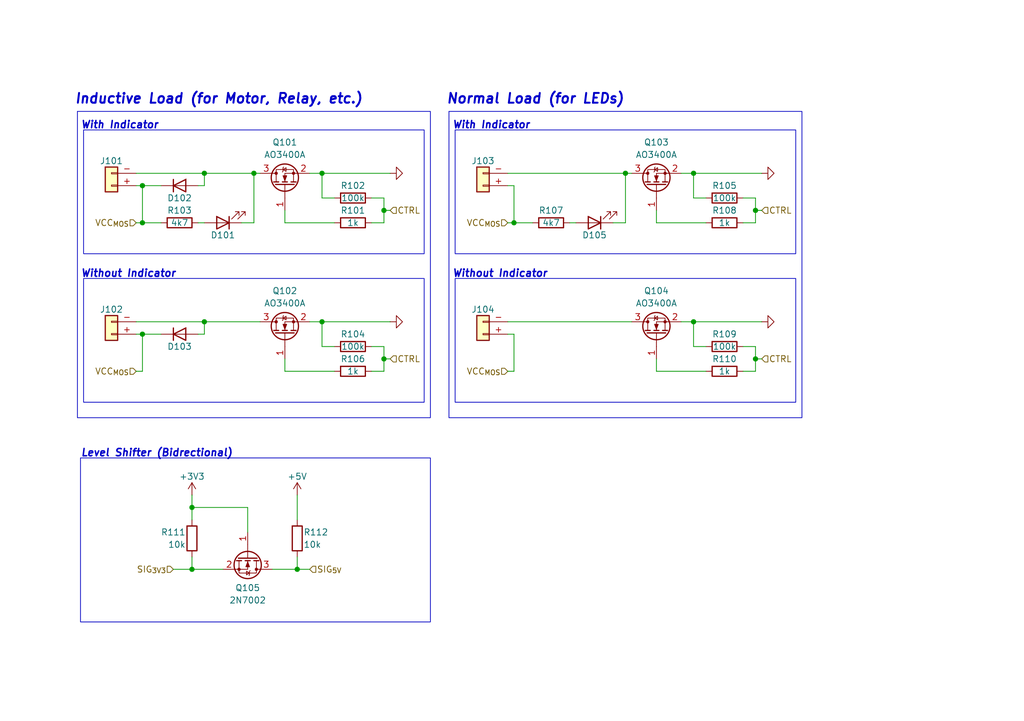
<source format=kicad_sch>
(kicad_sch (version 20231120) (generator "eeschema") (generator_version "8.0")
  (paper "A5")
  (lib_symbols
    (symbol "Device:D" (pin_numbers hide) (pin_names (offset 1.016) hide)
      (property "Reference" "D" (at 0 2.54 0))
      (property "Value" "D" (at 0 -2.54 0))
      (symbol "D_0_1"
        (polyline (pts (xy -1.27 1.27) (xy -1.27 -1.27)) (stroke (width 0.254)))
        (polyline (pts (xy 1.27 0) (xy -1.27 0)))
        (polyline (pts (xy 1.27 1.27) (xy 1.27 -1.27) (xy -1.27 0) (xy 1.27 1.27)) (stroke (width 0.254)))
      )
      (symbol "D_1_1"
        (pin passive line (at -3.81 0 0) (length 2.54) (name "K") (number "1"))
        (pin passive line (at 3.81 0 180) (length 2.54) (name "A") (number "2"))
      )
    )
    (symbol "Device:LED" (pin_numbers hide) (pin_names (offset 1.016) hide)
      (property "Reference" "D" (at 0 2.54 0))
      (property "Value" "LED" (at 0 -2.54 0))
      (symbol "LED_0_1"
        (polyline (pts (xy -1.27 -1.27) (xy -1.27 1.27)) (stroke (width 0.254)))
        (polyline (pts (xy -1.27 0) (xy 1.27 0)))
        (polyline (pts (xy 1.27 -1.27) (xy 1.27 1.27) (xy -1.27 0) (xy 1.27 -1.27)) (stroke (width 0.254)))
        (polyline (pts (xy -3.048 -0.762) (xy -4.572 -2.286) (xy -3.81 -2.286) (xy -4.572 -2.286) (xy -4.572 -1.524)))
        (polyline (pts (xy -1.778 -0.762) (xy -3.302 -2.286) (xy -2.54 -2.286) (xy -3.302 -2.286) (xy -3.302 -1.524)))
      )
      (symbol "LED_1_1"
        (pin passive line (at -3.81 0 0) (length 2.54) (name "K") (number "1"))
        (pin passive line (at 3.81 0 180) (length 2.54) (name "A") (number "2"))
      )
    )
    (symbol "Transistor_FET:2N7002" (pin_names hide)
      (property "Reference" "Q" (at 5.08 1.905 0))
      (property "Value" "2N7002" (at 5.08 0 0))
      (symbol "2N7002_0_1"
        (polyline (pts (xy 0.254 0) (xy -2.54 0)))
        (polyline (pts (xy 0.254 1.905) (xy 0.254 -1.905)) (stroke (width 0.254)))
        (polyline (pts (xy 0.762 -1.27) (xy 0.762 -2.286)) (stroke (width 0.254)))
        (polyline (pts (xy 0.762 0.508) (xy 0.762 -0.508)) (stroke (width 0.254)))
        (polyline (pts (xy 0.762 2.286) (xy 0.762 1.27)) (stroke (width 0.254)))
        (polyline (pts (xy 2.54 2.54) (xy 2.54 1.778)))
        (polyline (pts (xy 2.54 -2.54) (xy 2.54 0) (xy 0.762 0)))
        (polyline (pts (xy 0.762 -1.778) (xy 3.302 -1.778) (xy 3.302 1.778) (xy 0.762 1.778)))
        (polyline (pts (xy 1.016 0) (xy 2.032 0.381) (xy 2.032 -0.381) (xy 1.016 0)) (fill (type outline)))
        (polyline (pts (xy 2.794 0.508) (xy 2.921 0.381) (xy 3.683 0.381) (xy 3.81 0.254)))
        (polyline (pts (xy 3.302 0.381) (xy 2.921 -0.254) (xy 3.683 -0.254) (xy 3.302 0.381)))
        (circle (center 1.651 0) (radius 2.794) (stroke (width 0.254)))
        (circle (center 2.54 -1.778) (radius 0.254) (fill (type outline)))
        (circle (center 2.54 1.778) (radius 0.254) (fill (type outline)))
      )
      (symbol "2N7002_1_1"
        (pin input line (at -5.08 0 0) (length 2.54) (name "G") (number "1"))
        (pin passive line (at 2.54 -5.08 90) (length 2.54) (name "S") (number "2"))
        (pin passive line (at 2.54 5.08 270) (length 2.54) (name "D") (number "3"))
      )
    )
    (symbol "Transistor_FET:AO3400A" (pin_names hide)
      (property "Reference" "Q" (at 5.08 1.905 0))
      (property "Value" "AO3400A" (at 5.08 0 0))
      (symbol "AO3400A_0_1"
        (polyline (pts (xy 0.254 0) (xy -2.54 0)))
        (polyline (pts (xy 0.254 1.905) (xy 0.254 -1.905)) (stroke (width 0.254)))
        (polyline (pts (xy 0.762 -1.27) (xy 0.762 -2.286)) (stroke (width 0.254)))
        (polyline (pts (xy 0.762 0.508) (xy 0.762 -0.508)) (stroke (width 0.254)))
        (polyline (pts (xy 0.762 2.286) (xy 0.762 1.27)) (stroke (width 0.254)))
        (polyline (pts (xy 2.54 2.54) (xy 2.54 1.778)))
        (polyline (pts (xy 2.54 -2.54) (xy 2.54 0) (xy 0.762 0)))
        (polyline (pts (xy 0.762 -1.778) (xy 3.302 -1.778) (xy 3.302 1.778) (xy 0.762 1.778)))
        (polyline (pts (xy 1.016 0) (xy 2.032 0.381) (xy 2.032 -0.381) (xy 1.016 0)) (fill (type outline)))
        (polyline (pts (xy 2.794 0.508) (xy 2.921 0.381) (xy 3.683 0.381) (xy 3.81 0.254)))
        (polyline (pts (xy 3.302 0.381) (xy 2.921 -0.254) (xy 3.683 -0.254) (xy 3.302 0.381)))
        (circle (center 1.651 0) (radius 2.794) (stroke (width 0.254)))
        (circle (center 2.54 -1.778) (radius 0.254) (fill (type outline)))
        (circle (center 2.54 1.778) (radius 0.254) (fill (type outline)))
      )
      (symbol "AO3400A_1_1"
        (pin input line (at -5.08 0 0) (length 2.54) (name "G") (number "1"))
        (pin passive line (at 2.54 -5.08 90) (length 2.54) (name "S") (number "2"))
        (pin passive line (at 2.54 5.08 270) (length 2.54) (name "D") (number "3"))
      )
    )
    (symbol "power:+3V3" (power) (pin_numbers hide) (pin_names (offset 0) hide)
      (property "Value" "+3V3" (at 0 3.556 0))
      (symbol "+3V3_0_1"
        (polyline (pts (xy -0.762 1.27) (xy 0 2.54)))
        (polyline (pts (xy 0 0) (xy 0 2.54)))
        (polyline (pts (xy 0 2.54) (xy 0.762 1.27)))
      )
      (symbol "+3V3_1_1"
        (pin power_in line (at 0 0 90) (length 0) (name "~") (number "1"))
      )
    )
    (symbol "power:+5V" (power) (pin_numbers hide) (pin_names (offset 0) hide)
      (property "Value" "+5V" (at 0 3.556 0))
      (symbol "+5V_0_1"
        (polyline (pts (xy -0.762 1.27) (xy 0 2.54)))
        (polyline (pts (xy 0 0) (xy 0 2.54)))
        (polyline (pts (xy 0 2.54) (xy 0.762 1.27)))
      )
      (symbol "+5V_1_1"
        (pin power_in line (at 0 0 90) (length 0) (name "~") (number "1"))
      )
    )
    (symbol "power:GND" (power) (pin_numbers hide) (pin_names (offset 0) hide)
      (property "Value" "GND" (at 0 -3.81 0))
      (symbol "GND_0_1"
        (polyline (pts (xy 0 0) (xy 0 -1.27) (xy 1.27 -1.27) (xy 0 -2.54) (xy -1.27 -1.27) (xy 0 -1.27)))
      )
      (symbol "GND_1_1"
        (pin power_in line (at 0 0 270) (length 0) (name "~") (number "1"))
      )
    )
    (symbol "scottcjx-common-parts:100kΩ" (pin_numbers hide) (pin_names (offset 0))
      (property "Reference" "R" (at 2.032 0 90))
      (property "Value" "100k" (at 0 0 90))
      (symbol "100kΩ_0_1"
        (rectangle (start -1.016 -2.54) (end 1.016 2.54) (stroke (width 0.254)))
      )
      (symbol "100kΩ_1_1"
        (pin passive line (at 0 3.81 270) (length 1.27) (name "~") (number "1"))
        (pin passive line (at 0 -3.81 90) (length 1.27) (name "~") (number "2"))
      )
    )
    (symbol "scottcjx-common-parts:10kΩ" (pin_numbers hide) (pin_names (offset 0))
      (property "Reference" "R" (at 2.032 0 90))
      (property "Value" "10k" (at 0 0 90))
      (symbol "10kΩ_0_1"
        (rectangle (start -1.016 -2.54) (end 1.016 2.54) (stroke (width 0.254)))
      )
      (symbol "10kΩ_1_1"
        (pin passive line (at 0 3.81 270) (length 1.27) (name "~") (number "1"))
        (pin passive line (at 0 -3.81 90) (length 1.27) (name "~") (number "2"))
      )
    )
    (symbol "scottcjx-common-parts:1kΩ" (pin_numbers hide) (pin_names (offset 0))
      (property "Reference" "R" (at 2.032 0 90))
      (property "Value" "1k" (at 0 0 90))
      (symbol "1kΩ_0_1"
        (rectangle (start -1.016 -2.54) (end 1.016 2.54) (stroke (width 0.254)))
      )
      (symbol "1kΩ_1_1"
        (pin passive line (at 0 3.81 270) (length 1.27) (name "~") (number "1"))
        (pin passive line (at 0 -3.81 90) (length 1.27) (name "~") (number "2"))
      )
    )
    (symbol "scottcjx-common-parts:4k7Ω" (pin_numbers hide) (pin_names (offset 0))
      (property "Reference" "R" (at 2.032 0 90))
      (property "Value" "4k7" (at 0 0 90))
      (symbol "4k7Ω_0_1"
        (rectangle (start -1.016 -2.54) (end 1.016 2.54) (stroke (width 0.254)))
      )
      (symbol "4k7Ω_1_1"
        (pin passive line (at 0 3.81 270) (length 1.27) (name "~") (number "1"))
        (pin passive line (at 0 -3.81 90) (length 1.27) (name "~") (number "2"))
      )
    )
    (symbol "scottcjx-common-parts:Conn_+/-" (pin_names (offset 1.016) hide)
      (property "Reference" "J" (at 0 2.54 0))
      (property "Value" "Conn_PWR" (at 0 -5.08 0))
      (symbol "Conn_+/-_1_1"
        (rectangle (start -1.27 -2.413) (end 0 -2.667) (stroke (width 0.1524)))
        (rectangle (start -1.27 0.127) (end 0 -0.127) (stroke (width 0.1524)))
        (rectangle (start -1.27 1.27) (end 1.27 -3.81) (stroke (width 0.254)) (fill (type background)))
        (pin passive line (at -5.08 0 0) (length 3.81) (name "Pin_1") (number "+"))
        (pin passive line (at -5.08 -2.54 0) (length 3.81) (name "Pin_2") (number "-"))
      )
    )
  )
  (junction (at 142.24 66.04))
  (junction (at 29.21 38.1))
  (junction (at 142.24 35.56))
  (junction (at 66.04 66.04))
  (junction (at 154.94 43.18))
  (junction (at 41.91 66.04))
  (junction (at 29.21 68.58))
  (junction (at 39.37 116.84))
  (junction (at 66.04 35.56))
  (junction (at 29.21 45.72))
  (junction (at 52.07 35.56))
  (junction (at 78.74 43.18))
  (junction (at 105.41 45.72))
  (junction (at 154.94 73.66))
  (junction (at 39.37 104.14))
  (junction (at 78.74 73.66))
  (junction (at 60.96 116.84))
  (junction (at 128.27 35.56))
  (junction (at 41.91 35.56))
  (wire (pts (xy 152.4 40.64) (xy 154.94 40.64)))
  (wire (pts (xy 134.62 43.18) (xy 134.62 45.72)))
  (wire (pts (xy 154.94 71.12) (xy 154.94 73.66)))
  (wire (pts (xy 142.24 35.56) (xy 142.24 40.64)))
  (wire (pts (xy 78.74 45.72) (xy 76.2 45.72)))
  (wire (pts (xy 76.2 40.64) (xy 78.74 40.64)))
  (wire (pts (xy 29.21 68.58) (xy 29.21 76.2)))
  (wire (pts (xy 105.41 38.1) (xy 105.41 45.72)))
  (wire (pts (xy 154.94 43.18) (xy 156.21 43.18)))
  (wire (pts (xy 66.04 66.04) (xy 80.01 66.04)))
  (wire (pts (xy 33.02 45.72) (xy 29.21 45.72)))
  (wire (pts (xy 142.24 35.56) (xy 156.21 35.56)))
  (wire (pts (xy 39.37 104.14) (xy 39.37 106.68)))
  (wire (pts (xy 142.24 66.04) (xy 142.24 71.12)))
  (wire (pts (xy 29.21 38.1) (xy 33.02 38.1)))
  (wire (pts (xy 39.37 104.14) (xy 50.8 104.14)))
  (wire (pts (xy 27.94 35.56) (xy 41.91 35.56)))
  (wire (pts (xy 134.62 73.66) (xy 134.62 76.2)))
  (wire (pts (xy 41.91 35.56) (xy 52.07 35.56)))
  (wire (pts (xy 154.94 73.66) (xy 154.94 76.2)))
  (wire (pts (xy 41.91 35.56) (xy 41.91 38.1)))
  (wire (pts (xy 39.37 116.84) (xy 39.37 114.3)))
  (wire (pts (xy 78.74 43.18) (xy 80.01 43.18)))
  (wire (pts (xy 60.96 116.84) (xy 63.5 116.84)))
  (wire (pts (xy 52.07 35.56) (xy 53.34 35.56)))
  (wire (pts (xy 27.94 45.72) (xy 29.21 45.72)))
  (wire (pts (xy 29.21 68.58) (xy 33.02 68.58)))
  (wire (pts (xy 104.14 76.2) (xy 105.41 76.2)))
  (wire (pts (xy 39.37 101.6) (xy 39.37 104.14)))
  (wire (pts (xy 40.64 38.1) (xy 41.91 38.1)))
  (wire (pts (xy 78.74 73.66) (xy 78.74 76.2)))
  (wire (pts (xy 104.14 35.56) (xy 128.27 35.56)))
  (wire (pts (xy 128.27 35.56) (xy 128.27 45.72)))
  (wire (pts (xy 27.94 76.2) (xy 29.21 76.2)))
  (wire (pts (xy 41.91 66.04) (xy 53.34 66.04)))
  (wire (pts (xy 63.5 35.56) (xy 66.04 35.56)))
  (wire (pts (xy 78.74 43.18) (xy 78.74 45.72)))
  (wire (pts (xy 154.94 76.2) (xy 152.4 76.2)))
  (wire (pts (xy 60.96 114.3) (xy 60.96 116.84)))
  (wire (pts (xy 63.5 66.04) (xy 66.04 66.04)))
  (wire (pts (xy 78.74 71.12) (xy 78.74 73.66)))
  (wire (pts (xy 154.94 45.72) (xy 152.4 45.72)))
  (wire (pts (xy 45.72 116.84) (xy 39.37 116.84)))
  (wire (pts (xy 40.64 45.72) (xy 41.91 45.72)))
  (wire (pts (xy 50.8 109.22) (xy 50.8 104.14)))
  (wire (pts (xy 152.4 71.12) (xy 154.94 71.12)))
  (wire (pts (xy 128.27 35.56) (xy 129.54 35.56)))
  (wire (pts (xy 29.21 38.1) (xy 29.21 45.72)))
  (wire (pts (xy 104.14 68.58) (xy 105.41 68.58)))
  (wire (pts (xy 52.07 35.56) (xy 52.07 45.72)))
  (wire (pts (xy 55.88 116.84) (xy 60.96 116.84)))
  (wire (pts (xy 116.84 45.72) (xy 118.11 45.72)))
  (wire (pts (xy 78.74 76.2) (xy 76.2 76.2)))
  (wire (pts (xy 134.62 76.2) (xy 144.78 76.2)))
  (wire (pts (xy 154.94 40.64) (xy 154.94 43.18)))
  (wire (pts (xy 68.58 40.64) (xy 66.04 40.64)))
  (wire (pts (xy 144.78 71.12) (xy 142.24 71.12)))
  (wire (pts (xy 58.42 76.2) (xy 68.58 76.2)))
  (wire (pts (xy 104.14 45.72) (xy 105.41 45.72)))
  (wire (pts (xy 154.94 73.66) (xy 156.21 73.66)))
  (wire (pts (xy 104.14 38.1) (xy 105.41 38.1)))
  (wire (pts (xy 139.7 35.56) (xy 142.24 35.56)))
  (wire (pts (xy 27.94 38.1) (xy 29.21 38.1)))
  (wire (pts (xy 58.42 45.72) (xy 68.58 45.72)))
  (wire (pts (xy 58.42 73.66) (xy 58.42 76.2)))
  (wire (pts (xy 66.04 35.56) (xy 80.01 35.56)))
  (wire (pts (xy 134.62 45.72) (xy 144.78 45.72)))
  (wire (pts (xy 35.56 116.84) (xy 39.37 116.84)))
  (wire (pts (xy 105.41 68.58) (xy 105.41 76.2)))
  (wire (pts (xy 104.14 66.04) (xy 129.54 66.04)))
  (wire (pts (xy 154.94 43.18) (xy 154.94 45.72)))
  (wire (pts (xy 139.7 66.04) (xy 142.24 66.04)))
  (wire (pts (xy 78.74 40.64) (xy 78.74 43.18)))
  (wire (pts (xy 66.04 35.56) (xy 66.04 40.64)))
  (wire (pts (xy 76.2 71.12) (xy 78.74 71.12)))
  (wire (pts (xy 125.73 45.72) (xy 128.27 45.72)))
  (wire (pts (xy 109.22 45.72) (xy 105.41 45.72)))
  (wire (pts (xy 144.78 40.64) (xy 142.24 40.64)))
  (wire (pts (xy 66.04 66.04) (xy 66.04 71.12)))
  (wire (pts (xy 60.96 101.6) (xy 60.96 106.68)))
  (wire (pts (xy 41.91 66.04) (xy 41.91 68.58)))
  (wire (pts (xy 27.94 66.04) (xy 41.91 66.04)))
  (wire (pts (xy 142.24 66.04) (xy 156.21 66.04)))
  (wire (pts (xy 58.42 43.18) (xy 58.42 45.72)))
  (wire (pts (xy 49.53 45.72) (xy 52.07 45.72)))
  (wire (pts (xy 78.74 73.66) (xy 80.01 73.66)))
  (wire (pts (xy 40.64 68.58) (xy 41.91 68.58)))
  (wire (pts (xy 68.58 71.12) (xy 66.04 71.12)))
  (wire (pts (xy 27.94 68.58) (xy 29.21 68.58)))
  (rectangle (start 15.875 22.86) (end 88.265 85.725))
  (rectangle (start 92.075 22.86) (end 164.465 85.725))
  (rectangle (start 93.345 26.67) (end 163.195 52.07))
  (rectangle (start 93.345 57.15) (end 163.195 82.55))
  (rectangle (start 16.51 93.98) (end 88.265 127.635))
  (rectangle (start 17.145 57.15) (end 86.995 82.55))
  (rectangle (start 17.145 26.67) (end 86.995 52.07))
  (text "Without Indicator" (at 16.51 57.15 0) (effects (font (size 1.5 1.5) (thickness 0.3) (bold yes) (italic yes)) (justify left bottom)))
  (text "With Indicator" (at 92.71 26.67 0) (effects (font (size 1.5 1.5) (thickness 0.3) (bold yes) (italic yes)) (justify left bottom)))
  (text "With Indicator" (at 16.51 26.67 0) (effects (font (size 1.5 1.5) (thickness 0.3) (bold yes) (italic yes)) (justify left bottom)))
  (text "Normal Load (for LEDs)" (at 91.44 21.59 0) (effects (font (size 2 2) (thickness 0.4) (bold yes) (italic yes)) (justify left bottom)))
  (text "Level Shifter (Bidrectional)" (at 16.51 93.98 0) (effects (font (size 1.5 1.5) (thickness 0.3) (bold yes) (italic yes)) (justify left bottom)))
  (text "Without Indicator" (at 92.71 57.15 0) (effects (font (size 1.5 1.5) (thickness 0.3) (bold yes) (italic yes)) (justify left bottom)))
  (text "Inductive Load (for Motor, Relay, etc.)" (at 15.24 21.59 0) (effects (font (size 2 2) (thickness 0.4) (bold yes) (italic yes)) (justify left bottom)))
  (hierarchical_label "SIG_{5V}" (shape input) (at 63.5 116.84 0))
  (hierarchical_label "SIG_{3V3}" (shape input) (at 35.56 116.84 180))
  (hierarchical_label "VCC_{MOS}" (shape input) (at 104.14 76.2 180))
  (hierarchical_label "CTRL" (shape input) (at 156.21 43.18 0))
  (hierarchical_label "CTRL" (shape input) (at 80.01 73.66 0))
  (hierarchical_label "CTRL" (shape input) (at 156.21 73.66 0))
  (hierarchical_label "VCC_{MOS}" (shape input) (at 27.94 45.72 180))
  (hierarchical_label "VCC_{MOS}" (shape input) (at 27.94 76.2 180))
  (hierarchical_label "VCC_{MOS}" (shape input) (at 104.14 45.72 180))
  (hierarchical_label "CTRL" (shape input) (at 80.01 43.18 0))
  (symbol (lib_id "scottcjx-common-parts:1kΩ") (at 148.59 45.72 90) (unit 1)
    (property "Reference" "R108" (at 148.59 43.18 90))
    (property "Value" "1k" (at 148.59 45.72 90))
    (property "Description" "Resistor" (effects (hide yes)))
  )
  (symbol (lib_id "scottcjx-common-parts:100kΩ") (at 148.59 40.64 90) (unit 1)
    (property "Reference" "R105" (at 148.59 38.1 90))
    (property "Value" "100k" (at 148.59 40.64 90))
    (property "Description" "Resistor" (effects (hide yes)))
  )
  (symbol (lib_id "scottcjx-common-parts:10kΩ") (at 60.96 110.49 0) (unit 1)
    (property "Reference" "R112" (at 62.23 109.22 0) (effects (justify left)))
    (property "Value" "10k" (at 62.23 111.76 0) (effects (justify left)))
    (property "Description" "Resistor" (effects (hide yes)))
  )
  (symbol (lib_id "Device:D") (at 36.83 38.1 0) (unit 1)
    (property "Reference" "D102" (at 36.83 40.64 0))
    (property "Value" "D" (effects (hide yes)))
    (property "Description" "Diode" (effects (hide yes)))
    (property "Sim.Device" "D" (effects (hide yes)))
    (property "Sim.Pins" "1=K 2=A" (effects (hide yes)))
  )
  (symbol (lib_id "Transistor_FET:2N7002") (at 50.8 114.3 270) (unit 1)
    (property "Reference" "Q105" (at 50.8 120.65 90))
    (property "Value" "2N7002" (at 50.8 123.19 90))
    (property "Footprint" "Package_TO_SOT_SMD:SOT-23" (effects (hide yes)))
    (property "Datasheet" "https://www.onsemi.com/pub/Collateral/NDS7002A-D.PDF" (effects (hide yes)))
    (property "Description" "0.115A Id, 60V Vds, N-Channel MOSFET, SOT-23" (effects (hide yes)))
  )
  (symbol (lib_id "Transistor_FET:AO3400A") (at 134.62 68.58 90) (unit 1)
    (property "Reference" "Q104" (at 134.62 59.69 90))
    (property "Value" "AO3400A" (at 134.62 62.23 90))
    (property "Footprint" "Package_TO_SOT_SMD:SOT-23" (effects (hide yes)))
    (property "Datasheet" "http://www.aosmd.com/pdfs/datasheet/AO3400A.pdf" (effects (hide yes)))
    (property "Description" "30V Vds, 5.7A Id, N-Channel MOSFET, SOT-23" (effects (hide yes)))
  )
  (symbol (lib_id "scottcjx-common-parts:Conn_+/-") (at 22.86 38.1 180) (unit 1)
    (property "Reference" "J101" (at 22.86 33.02 0))
    (property "Value" "Conn_PWR" (effects (hide yes)))
  )
  (symbol (lib_id "Transistor_FET:AO3400A") (at 58.42 38.1 90) (unit 1)
    (property "Reference" "Q101" (at 58.42 29.21 90))
    (property "Value" "AO3400A" (at 58.42 31.75 90))
    (property "Footprint" "Package_TO_SOT_SMD:SOT-23" (effects (hide yes)))
    (property "Datasheet" "http://www.aosmd.com/pdfs/datasheet/AO3400A.pdf" (effects (hide yes)))
    (property "Description" "30V Vds, 5.7A Id, N-Channel MOSFET, SOT-23" (effects (hide yes)))
  )
  (symbol (lib_id "scottcjx-common-parts:100kΩ") (at 72.39 71.12 90) (unit 1)
    (property "Reference" "R104" (at 72.39 68.58 90))
    (property "Value" "100k" (at 72.39 71.12 90))
    (property "Description" "Resistor" (effects (hide yes)))
  )
  (symbol (lib_id "scottcjx-common-parts:4k7Ω") (at 113.03 45.72 90) (unit 1)
    (property "Reference" "R107" (at 113.03 43.18 90))
    (property "Value" "4k7" (at 113.03 45.72 90))
    (property "Description" "Resistor" (effects (hide yes)))
  )
  (symbol (lib_id "scottcjx-common-parts:Conn_+/-") (at 99.06 38.1 180) (unit 1)
    (property "Reference" "J103" (at 99.06 33.02 0))
    (property "Value" "Conn_PWR" (effects (hide yes)))
  )
  (symbol (lib_id "scottcjx-common-parts:100kΩ") (at 72.39 40.64 90) (unit 1)
    (property "Reference" "R102" (at 72.39 38.1 90))
    (property "Value" "100k" (at 72.39 40.64 90))
    (property "Description" "Resistor" (effects (hide yes)))
  )
  (symbol (lib_id "power:GND") (at 80.01 66.04 90) (unit 1)
    (property "Reference" "#PWR0102" (effects (hide yes)))
    (property "Value" "GND" (effects (hide yes)))
    (property "Description" "Power symbol creates a global label with name \"GND\" , ground" (effects (hide yes)))
  )
  (symbol (lib_id "scottcjx-common-parts:1kΩ") (at 72.39 76.2 90) (unit 1)
    (property "Reference" "R106" (at 72.39 73.66 90))
    (property "Value" "1k" (at 72.39 76.2 90))
    (property "Description" "Resistor" (effects (hide yes)))
  )
  (symbol (lib_id "Transistor_FET:AO3400A") (at 58.42 68.58 90) (unit 1)
    (property "Reference" "Q102" (at 58.42 59.69 90))
    (property "Value" "AO3400A" (at 58.42 62.23 90))
    (property "Footprint" "Package_TO_SOT_SMD:SOT-23" (effects (hide yes)))
    (property "Datasheet" "http://www.aosmd.com/pdfs/datasheet/AO3400A.pdf" (effects (hide yes)))
    (property "Description" "30V Vds, 5.7A Id, N-Channel MOSFET, SOT-23" (effects (hide yes)))
  )
  (symbol (lib_id "scottcjx-common-parts:Conn_+/-") (at 99.06 68.58 180) (unit 1)
    (property "Reference" "J104" (at 99.06 63.5 0))
    (property "Value" "Conn_PWR" (effects (hide yes)))
  )
  (symbol (lib_id "Transistor_FET:AO3400A") (at 134.62 38.1 90) (unit 1)
    (property "Reference" "Q103" (at 134.62 29.21 90))
    (property "Value" "AO3400A" (at 134.62 31.75 90))
    (property "Footprint" "Package_TO_SOT_SMD:SOT-23" (effects (hide yes)))
    (property "Datasheet" "http://www.aosmd.com/pdfs/datasheet/AO3400A.pdf" (effects (hide yes)))
    (property "Description" "30V Vds, 5.7A Id, N-Channel MOSFET, SOT-23" (effects (hide yes)))
  )
  (symbol (lib_id "scottcjx-common-parts:100kΩ") (at 148.59 71.12 90) (unit 1)
    (property "Reference" "R109" (at 148.59 68.58 90))
    (property "Value" "100k" (at 148.59 71.12 90))
    (property "Description" "Resistor" (effects (hide yes)))
  )
  (symbol (lib_id "power:GND") (at 156.21 35.56 90) (unit 1)
    (property "Reference" "#PWR0103" (effects (hide yes)))
    (property "Value" "GND" (effects (hide yes)))
    (property "Description" "Power symbol creates a global label with name \"GND\" , ground" (effects (hide yes)))
  )
  (symbol (lib_id "power:GND") (at 156.21 66.04 90) (unit 1)
    (property "Reference" "#PWR0104" (effects (hide yes)))
    (property "Value" "GND" (effects (hide yes)))
    (property "Description" "Power symbol creates a global label with name \"GND\" , ground" (effects (hide yes)))
  )
  (symbol (lib_id "scottcjx-common-parts:Conn_+/-") (at 22.86 68.58 180) (unit 1)
    (property "Reference" "J102" (at 22.86 63.5 0))
    (property "Value" "Conn_PWR" (effects (hide yes)))
  )
  (symbol (lib_id "power:+5V") (at 60.96 101.6 0) (unit 1)
    (property "Reference" "#PWR0106" (effects (hide yes)))
    (property "Value" "+5V" (at 60.96 97.79 0))
    (property "Description" "Power symbol creates a global label with name \"+5V\"" (effects (hide yes)))
  )
  (symbol (lib_id "Device:LED") (at 45.72 45.72 180) (unit 1)
    (property "Reference" "D101" (at 45.72 48.26 0))
    (property "Value" "LED" (effects (hide yes)))
    (property "Description" "Light emitting diode" (effects (hide yes)))
  )
  (symbol (lib_id "power:GND") (at 80.01 35.56 90) (unit 1)
    (property "Reference" "#PWR0101" (effects (hide yes)))
    (property "Value" "GND" (effects (hide yes)))
    (property "Description" "Power symbol creates a global label with name \"GND\" , ground" (effects (hide yes)))
  )
  (symbol (lib_id "scottcjx-common-parts:1kΩ") (at 148.59 76.2 90) (unit 1)
    (property "Reference" "R110" (at 148.59 73.66 90))
    (property "Value" "1k" (at 148.59 76.2 90))
    (property "Description" "Resistor" (effects (hide yes)))
  )
  (symbol (lib_id "scottcjx-common-parts:4k7Ω") (at 36.83 45.72 90) (unit 1)
    (property "Reference" "R103" (at 36.83 43.18 90))
    (property "Value" "4k7" (at 36.83 45.72 90))
    (property "Description" "Resistor" (effects (hide yes)))
  )
  (symbol (lib_id "Device:LED") (at 121.92 45.72 180) (unit 1)
    (property "Reference" "D105" (at 121.92 48.26 0))
    (property "Value" "LED" (effects (hide yes)))
    (property "Description" "Light emitting diode" (effects (hide yes)))
  )
  (symbol (lib_id "scottcjx-common-parts:1kΩ") (at 72.39 45.72 90) (unit 1)
    (property "Reference" "R101" (at 72.39 43.18 90))
    (property "Value" "1k" (at 72.39 45.72 90))
    (property "Description" "Resistor" (effects (hide yes)))
  )
  (symbol (lib_id "power:+3V3") (at 39.37 101.6 0) (unit 1)
    (property "Reference" "#PWR0105" (effects (hide yes)))
    (property "Value" "+3V3" (at 39.37 97.79 0))
    (property "Description" "Power symbol creates a global label with name \"+3V3\"" (effects (hide yes)))
  )
  (symbol (lib_id "Device:D") (at 36.83 68.58 0) (unit 1)
    (property "Reference" "D103" (at 36.83 71.12 0))
    (property "Value" "D" (effects (hide yes)))
    (property "Description" "Diode" (effects (hide yes)))
    (property "Sim.Device" "D" (effects (hide yes)))
    (property "Sim.Pins" "1=K 2=A" (effects (hide yes)))
  )
  (symbol (lib_id "scottcjx-common-parts:10kΩ") (at 39.37 110.49 0) (mirror y) (unit 1)
    (property "Reference" "R111" (at 38.1 109.22 0) (effects (justify left)))
    (property "Value" "10k" (at 38.1 111.76 0) (effects (justify left)))
    (property "Description" "Resistor" (effects (hide yes)))
  )
)
</source>
